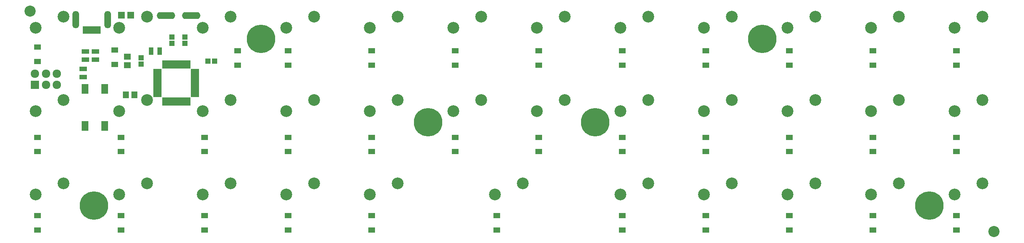
<source format=gbs>
G04 #@! TF.FileFunction,Soldermask,Bot*
%FSLAX46Y46*%
G04 Gerber Fmt 4.6, Leading zero omitted, Abs format (unit mm)*
G04 Created by KiCad (PCBNEW 4.0.4-stable) date 11/06/16 20:17:09*
%MOMM*%
%LPD*%
G01*
G04 APERTURE LIST*
%ADD10C,0.100000*%
%ADD11C,6.500000*%
%ADD12C,2.686000*%
%ADD13C,2.540000*%
%ADD14R,1.600000X2.300000*%
%ADD15O,4.200000X1.600000*%
%ADD16C,1.924000*%
%ADD17R,1.924000X1.924000*%
%ADD18R,1.620000X1.310000*%
%ADD19R,0.850000X1.900000*%
%ADD20R,1.900000X0.850000*%
%ADD21R,1.650000X1.400000*%
%ADD22R,1.150000X1.200000*%
%ADD23R,1.200000X1.150000*%
%ADD24R,1.400000X1.650000*%
%ADD25R,1.700000X1.100000*%
%ADD26O,1.500000X4.000000*%
%ADD27R,0.900000X1.800000*%
%ADD28R,1.100000X1.700000*%
%ADD29R,1.598880X1.598880*%
G04 APERTURE END LIST*
D10*
D11*
X19050000Y0D03*
X-19050000Y0D03*
X95250000Y-19050000D03*
X-95250000Y-19050000D03*
X57150000Y19050000D03*
D12*
X-6985000Y5080000D03*
X-13335000Y2540000D03*
D13*
X110000000Y-25000000D03*
X-109850000Y25400000D03*
D14*
X-97310000Y-860000D03*
X-97310000Y7640000D03*
X-92810000Y-860000D03*
X-92810000Y7640000D03*
D12*
X31115000Y24130000D03*
X24765000Y21590000D03*
X2540000Y-13970000D03*
X-3810000Y-16510000D03*
X-83185000Y24130000D03*
X-89535000Y21590000D03*
D15*
X-78850000Y24350000D03*
X-73050000Y24350000D03*
D16*
X-103750000Y11120000D03*
X-106200000Y8580000D03*
X-106200000Y11120000D03*
D17*
X-108740000Y8580000D03*
D16*
X-108740000Y11120000D03*
X-103750000Y8580000D03*
D18*
X-108125000Y13905000D03*
X-108125000Y17175000D03*
X-90480000Y13205000D03*
X-90480000Y16475000D03*
X-62500000Y13065000D03*
X-62500000Y16335000D03*
X-51010000Y13065000D03*
X-51010000Y16335000D03*
X-31960000Y13065000D03*
X-31960000Y16335000D03*
X-12910000Y13065000D03*
X-12910000Y16335000D03*
X6140000Y13065000D03*
X6140000Y16335000D03*
X25190000Y13065000D03*
X25190000Y16335000D03*
X44240000Y13065000D03*
X44240000Y16335000D03*
X63290000Y13065000D03*
X63290000Y16335000D03*
X82340000Y13065000D03*
X82340000Y16335000D03*
X101390000Y13065000D03*
X101390000Y16335000D03*
X-108160000Y-6705000D03*
X-108160000Y-3435000D03*
X-89110000Y-6705000D03*
X-89110000Y-3435000D03*
X-70060000Y-6705000D03*
X-70060000Y-3435000D03*
X-51010000Y-6705000D03*
X-51010000Y-3435000D03*
X-31960000Y-6705000D03*
X-31960000Y-3435000D03*
X-12910000Y-6705000D03*
X-12910000Y-3435000D03*
X6140000Y-6705000D03*
X6140000Y-3435000D03*
X25190000Y-6705000D03*
X25190000Y-3435000D03*
X44240000Y-6705000D03*
X44240000Y-3435000D03*
X63290000Y-6705000D03*
X63290000Y-3435000D03*
X82340000Y-6705000D03*
X82340000Y-3435000D03*
X101390000Y-6705000D03*
X101390000Y-3435000D03*
X-108160000Y-24635000D03*
X-108160000Y-21365000D03*
X-89110000Y-24635000D03*
X-89110000Y-21365000D03*
X-70060000Y-24635000D03*
X-70060000Y-21365000D03*
X-51010000Y-24635000D03*
X-51010000Y-21365000D03*
X-31960000Y-24635000D03*
X-31960000Y-21365000D03*
X-3400000Y-24635000D03*
X-3400000Y-21365000D03*
X25190000Y-24635000D03*
X25190000Y-21365000D03*
X44240000Y-24635000D03*
X44240000Y-21365000D03*
X63290000Y-24635000D03*
X63290000Y-21365000D03*
X82340000Y-24635000D03*
X82340000Y-21365000D03*
X101390000Y-24635000D03*
X101390000Y-21365000D03*
D12*
X-102235000Y24130000D03*
X-108585000Y21590000D03*
X-64135000Y24130000D03*
X-70485000Y21590000D03*
X-45085000Y24130000D03*
X-51435000Y21590000D03*
X-26035000Y24130000D03*
X-32385000Y21590000D03*
X-6985000Y24130000D03*
X-13335000Y21590000D03*
X12065000Y24130000D03*
X5715000Y21590000D03*
X50165000Y24130000D03*
X43815000Y21590000D03*
X69215000Y24130000D03*
X62865000Y21590000D03*
X88265000Y24130000D03*
X81915000Y21590000D03*
X107315000Y24130000D03*
X100965000Y21590000D03*
X-102235000Y5080000D03*
X-108585000Y2540000D03*
X-83185000Y5080000D03*
X-89535000Y2540000D03*
X-64135000Y5080000D03*
X-70485000Y2540000D03*
X-45085000Y5080000D03*
X-51435000Y2540000D03*
X-26035000Y5080000D03*
X-32385000Y2540000D03*
X12065000Y5080000D03*
X5715000Y2540000D03*
X31115000Y5080000D03*
X24765000Y2540000D03*
X50165000Y5080000D03*
X43815000Y2540000D03*
X69215000Y5080000D03*
X62865000Y2540000D03*
X88265000Y5080000D03*
X81915000Y2540000D03*
X107315000Y5080000D03*
X100965000Y2540000D03*
X-102235000Y-13970000D03*
X-108585000Y-16510000D03*
X-83185000Y-13970000D03*
X-89535000Y-16510000D03*
X-64135000Y-13970000D03*
X-70485000Y-16510000D03*
X-45085000Y-13970000D03*
X-51435000Y-16510000D03*
X-26035000Y-13970000D03*
X-32385000Y-16510000D03*
X31115000Y-13970000D03*
X24765000Y-16510000D03*
X50165000Y-13970000D03*
X43815000Y-16510000D03*
X69215000Y-13970000D03*
X62865000Y-16510000D03*
X88265000Y-13970000D03*
X81915000Y-16510000D03*
X107315000Y-13970000D03*
X100965000Y-16510000D03*
D19*
X-73700000Y13250000D03*
X-74500000Y13250000D03*
X-75300000Y13250000D03*
X-76100000Y13250000D03*
X-76900000Y13250000D03*
X-77700000Y13250000D03*
X-78500000Y13250000D03*
X-79300000Y13250000D03*
X-79300000Y4750000D03*
X-73700000Y4750000D03*
X-74500000Y4750000D03*
X-75300000Y4750000D03*
X-76100000Y4750000D03*
X-76900000Y4750000D03*
X-77700000Y4750000D03*
X-78500000Y4750000D03*
D20*
X-80750000Y11800000D03*
X-80750000Y11000000D03*
X-80750000Y10200000D03*
X-80750000Y9400000D03*
X-80750000Y8600000D03*
X-80750000Y7800000D03*
X-80750000Y7000000D03*
X-80750000Y6200000D03*
X-72250000Y11800000D03*
X-72250000Y11000000D03*
X-72250000Y10200000D03*
X-72250000Y9400000D03*
X-72250000Y8600000D03*
X-72250000Y7800000D03*
X-72250000Y7000000D03*
X-72250000Y6200000D03*
D21*
X-87627111Y13028819D03*
X-87627111Y15028819D03*
D22*
X-84517111Y13278819D03*
X-84517111Y14778819D03*
D23*
X-69250000Y14000000D03*
X-67750000Y14000000D03*
D24*
X-86000000Y6250000D03*
X-88000000Y6250000D03*
D22*
X-77500000Y18000000D03*
X-77500000Y19500000D03*
X-74500000Y18000000D03*
X-74500000Y19500000D03*
D25*
X-97240000Y14280000D03*
X-97240000Y16180000D03*
X-94930000Y14300000D03*
X-94930000Y16200000D03*
X-97720600Y10302040D03*
X-97720600Y12202040D03*
D26*
X-92110000Y23490000D03*
D27*
X-97360000Y21090000D03*
X-96560000Y21090000D03*
X-95760000Y21090000D03*
X-94960000Y21090000D03*
X-94160000Y21090000D03*
D26*
X-99410000Y23490000D03*
D11*
X-57150000Y19050000D03*
D28*
X-82200000Y16250000D03*
X-80300000Y16250000D03*
D29*
X-86900000Y24500000D03*
X-88998040Y24500000D03*
M02*

</source>
